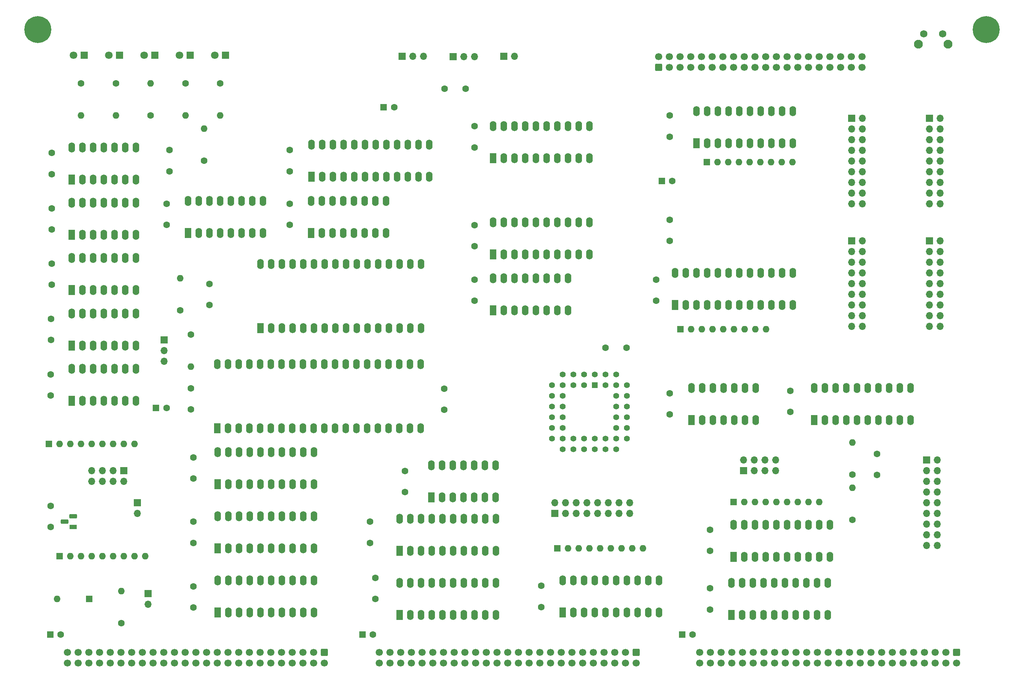
<source format=gbr>
%TF.GenerationSoftware,KiCad,Pcbnew,(6.0.11)*%
%TF.CreationDate,2024-05-06T10:57:09-05:00*%
%TF.ProjectId,processor.6809,70726f63-6573-4736-9f72-2e363830392e,v1.2*%
%TF.SameCoordinates,Original*%
%TF.FileFunction,Soldermask,Bot*%
%TF.FilePolarity,Negative*%
%FSLAX46Y46*%
G04 Gerber Fmt 4.6, Leading zero omitted, Abs format (unit mm)*
G04 Created by KiCad (PCBNEW (6.0.11)) date 2024-05-06 10:57:09*
%MOMM*%
%LPD*%
G01*
G04 APERTURE LIST*
G04 Aperture macros list*
%AMRoundRect*
0 Rectangle with rounded corners*
0 $1 Rounding radius*
0 $2 $3 $4 $5 $6 $7 $8 $9 X,Y pos of 4 corners*
0 Add a 4 corners polygon primitive as box body*
4,1,4,$2,$3,$4,$5,$6,$7,$8,$9,$2,$3,0*
0 Add four circle primitives for the rounded corners*
1,1,$1+$1,$2,$3*
1,1,$1+$1,$4,$5*
1,1,$1+$1,$6,$7*
1,1,$1+$1,$8,$9*
0 Add four rect primitives between the rounded corners*
20,1,$1+$1,$2,$3,$4,$5,0*
20,1,$1+$1,$4,$5,$6,$7,0*
20,1,$1+$1,$6,$7,$8,$9,0*
20,1,$1+$1,$8,$9,$2,$3,0*%
G04 Aperture macros list end*
%ADD10R,1.600000X2.400000*%
%ADD11O,1.600000X2.400000*%
%ADD12RoundRect,0.250000X-0.600000X0.600000X-0.600000X-0.600000X0.600000X-0.600000X0.600000X0.600000X0*%
%ADD13C,1.700000*%
%ADD14C,1.600000*%
%ADD15R,1.600000X1.600000*%
%ADD16R,1.800000X1.800000*%
%ADD17C,1.800000*%
%ADD18O,1.600000X1.600000*%
%ADD19R,1.800000X1.100000*%
%ADD20RoundRect,0.275000X0.625000X-0.275000X0.625000X0.275000X-0.625000X0.275000X-0.625000X-0.275000X0*%
%ADD21C,6.400000*%
%ADD22RoundRect,0.250000X0.600000X-0.600000X0.600000X0.600000X-0.600000X0.600000X-0.600000X-0.600000X0*%
%ADD23R,1.422400X1.422400*%
%ADD24C,1.422400*%
%ADD25R,1.700000X1.700000*%
%ADD26O,1.700000X1.700000*%
%ADD27C,2.100000*%
%ADD28C,1.750000*%
G04 APERTURE END LIST*
D10*
%TO.C,U21*%
X48000000Y-110610000D03*
D11*
X50540000Y-110610000D03*
X53080000Y-110610000D03*
X55620000Y-110610000D03*
X58160000Y-110610000D03*
X60700000Y-110610000D03*
X63240000Y-110610000D03*
X63240000Y-102990000D03*
X60700000Y-102990000D03*
X58160000Y-102990000D03*
X55620000Y-102990000D03*
X53080000Y-102990000D03*
X50540000Y-102990000D03*
X48000000Y-102990000D03*
%TD*%
D12*
%TO.C,P1*%
X108000000Y-223000000D03*
D13*
X108000000Y-225540000D03*
X105460000Y-223000000D03*
X105460000Y-225540000D03*
X102920000Y-223000000D03*
X102920000Y-225540000D03*
X100380000Y-223000000D03*
X100380000Y-225540000D03*
X97840000Y-223000000D03*
X97840000Y-225540000D03*
X95300000Y-223000000D03*
X95300000Y-225540000D03*
X92760000Y-223000000D03*
X92760000Y-225540000D03*
X90220000Y-223000000D03*
X90220000Y-225540000D03*
X87680000Y-223000000D03*
X87680000Y-225540000D03*
X85140000Y-223000000D03*
X85140000Y-225540000D03*
X82600000Y-223000000D03*
X82600000Y-225540000D03*
X80060000Y-223000000D03*
X80060000Y-225540000D03*
X77520000Y-223000000D03*
X77520000Y-225540000D03*
X74980000Y-223000000D03*
X74980000Y-225540000D03*
X72440000Y-223000000D03*
X72440000Y-225540000D03*
X69900000Y-223000000D03*
X69900000Y-225540000D03*
X67360000Y-223000000D03*
X67360000Y-225540000D03*
X64820000Y-223000000D03*
X64820000Y-225540000D03*
X62280000Y-223000000D03*
X62280000Y-225540000D03*
X59740000Y-223000000D03*
X59740000Y-225540000D03*
X57200000Y-223000000D03*
X57200000Y-225540000D03*
X54660000Y-223000000D03*
X54660000Y-225540000D03*
X52120000Y-223000000D03*
X52120000Y-225540000D03*
X49580000Y-223000000D03*
X49580000Y-225540000D03*
X47040000Y-223000000D03*
X47040000Y-225540000D03*
%TD*%
D14*
%TO.C,C2*%
X127075000Y-179875000D03*
X127075000Y-184875000D03*
%TD*%
%TO.C,C3*%
X43255000Y-130605000D03*
X43255000Y-135605000D03*
%TD*%
%TO.C,C4*%
X174700000Y-150625000D03*
X179700000Y-150625000D03*
%TD*%
%TO.C,C5*%
X76910000Y-191940000D03*
X76910000Y-196940000D03*
%TD*%
%TO.C,C6*%
X43000000Y-156900000D03*
X43000000Y-161900000D03*
%TD*%
%TO.C,C8*%
X159460000Y-207180000D03*
X159460000Y-212180000D03*
%TD*%
%TO.C,C9*%
X199465000Y-193845000D03*
X199465000Y-198845000D03*
%TD*%
%TO.C,C10*%
X76910000Y-207270000D03*
X76910000Y-212270000D03*
%TD*%
%TO.C,C11*%
X43255000Y-117457500D03*
X43255000Y-122457500D03*
%TD*%
%TO.C,C14*%
X189940000Y-120185000D03*
X189940000Y-125185000D03*
%TD*%
%TO.C,C15*%
X143600000Y-134400000D03*
X143600000Y-139400000D03*
%TD*%
D15*
%TO.C,C25*%
X42929600Y-218750000D03*
D14*
X45429600Y-218750000D03*
%TD*%
D15*
%TO.C,C26*%
X68019900Y-164900000D03*
D14*
X70519900Y-164900000D03*
%TD*%
%TO.C,C17*%
X80720000Y-135390000D03*
X80720000Y-140390000D03*
%TD*%
%TO.C,C20*%
X120090000Y-205315000D03*
X120090000Y-210315000D03*
%TD*%
%TO.C,C21*%
X76910000Y-176660000D03*
X76910000Y-181660000D03*
%TD*%
%TO.C,C22*%
X99770000Y-116375000D03*
X99770000Y-121375000D03*
%TD*%
%TO.C,C23*%
X136385000Y-165310000D03*
X136385000Y-160310000D03*
%TD*%
D15*
%TO.C,C27*%
X117000000Y-218750000D03*
D14*
X119500000Y-218750000D03*
%TD*%
D15*
%TO.C,C28*%
X192884700Y-218750000D03*
D14*
X195384700Y-218750000D03*
%TD*%
D15*
%TO.C,C29*%
X188044900Y-111000000D03*
D14*
X190544900Y-111000000D03*
%TD*%
D16*
%TO.C,D4*%
X67755000Y-81065000D03*
D17*
X65215000Y-81065000D03*
%TD*%
D15*
%TO.C,D6*%
X52145000Y-210315000D03*
D18*
X44525000Y-210315000D03*
%TD*%
D16*
%TO.C,D2*%
X76132500Y-81065000D03*
D17*
X73592500Y-81065000D03*
%TD*%
D14*
%TO.C,R5*%
X58495000Y-87760000D03*
D18*
X58495000Y-95380000D03*
%TD*%
D14*
%TO.C,R6*%
X76275000Y-147450000D03*
D18*
X76275000Y-155070000D03*
%TD*%
D10*
%TO.C,U4*%
X48000000Y-163200000D03*
D11*
X50540000Y-163200000D03*
X53080000Y-163200000D03*
X55620000Y-163200000D03*
X58160000Y-163200000D03*
X60700000Y-163200000D03*
X63240000Y-163200000D03*
X63240000Y-155580000D03*
X60700000Y-155580000D03*
X58160000Y-155580000D03*
X55620000Y-155580000D03*
X53080000Y-155580000D03*
X50540000Y-155580000D03*
X48000000Y-155580000D03*
%TD*%
D10*
%TO.C,U5*%
X92785000Y-145925000D03*
D11*
X95325000Y-145925000D03*
X97865000Y-145925000D03*
X100405000Y-145925000D03*
X102945000Y-145925000D03*
X105485000Y-145925000D03*
X108025000Y-145925000D03*
X110565000Y-145925000D03*
X113105000Y-145925000D03*
X115645000Y-145925000D03*
X118185000Y-145925000D03*
X120725000Y-145925000D03*
X123265000Y-145925000D03*
X125805000Y-145925000D03*
X128345000Y-145925000D03*
X130885000Y-145925000D03*
X130885000Y-130685000D03*
X128345000Y-130685000D03*
X125805000Y-130685000D03*
X123265000Y-130685000D03*
X120725000Y-130685000D03*
X118185000Y-130685000D03*
X115645000Y-130685000D03*
X113105000Y-130685000D03*
X110565000Y-130685000D03*
X108025000Y-130685000D03*
X105485000Y-130685000D03*
X102945000Y-130685000D03*
X100405000Y-130685000D03*
X97865000Y-130685000D03*
X95325000Y-130685000D03*
X92785000Y-130685000D03*
%TD*%
D10*
%TO.C,U6*%
X82630000Y-198240000D03*
D11*
X85170000Y-198240000D03*
X87710000Y-198240000D03*
X90250000Y-198240000D03*
X92790000Y-198240000D03*
X95330000Y-198240000D03*
X97870000Y-198240000D03*
X100410000Y-198240000D03*
X102950000Y-198240000D03*
X105490000Y-198240000D03*
X105490000Y-190620000D03*
X102950000Y-190620000D03*
X100410000Y-190620000D03*
X97870000Y-190620000D03*
X95330000Y-190620000D03*
X92790000Y-190620000D03*
X90250000Y-190620000D03*
X87710000Y-190620000D03*
X85170000Y-190620000D03*
X82630000Y-190620000D03*
%TD*%
D10*
%TO.C,U8*%
X164540000Y-213480000D03*
D11*
X167080000Y-213480000D03*
X169620000Y-213480000D03*
X172160000Y-213480000D03*
X174700000Y-213480000D03*
X177240000Y-213480000D03*
X179780000Y-213480000D03*
X182320000Y-213480000D03*
X184860000Y-213480000D03*
X187400000Y-213480000D03*
X187400000Y-205860000D03*
X184860000Y-205860000D03*
X182320000Y-205860000D03*
X179780000Y-205860000D03*
X177240000Y-205860000D03*
X174700000Y-205860000D03*
X172160000Y-205860000D03*
X169620000Y-205860000D03*
X167080000Y-205860000D03*
X164540000Y-205860000D03*
%TD*%
D19*
%TO.C,U15*%
X48400000Y-193200000D03*
D20*
X46330000Y-191930000D03*
X48400000Y-190660000D03*
%TD*%
D10*
%TO.C,U1*%
X48000000Y-150052500D03*
D11*
X50540000Y-150052500D03*
X53080000Y-150052500D03*
X55620000Y-150052500D03*
X58160000Y-150052500D03*
X60700000Y-150052500D03*
X63240000Y-150052500D03*
X63240000Y-142432500D03*
X60700000Y-142432500D03*
X58160000Y-142432500D03*
X55620000Y-142432500D03*
X53080000Y-142432500D03*
X50540000Y-142432500D03*
X48000000Y-142432500D03*
%TD*%
D12*
%TO.C,P2*%
X182000000Y-223000000D03*
D13*
X182000000Y-225540000D03*
X179460000Y-223000000D03*
X179460000Y-225540000D03*
X176920000Y-223000000D03*
X176920000Y-225540000D03*
X174380000Y-223000000D03*
X174380000Y-225540000D03*
X171840000Y-223000000D03*
X171840000Y-225540000D03*
X169300000Y-223000000D03*
X169300000Y-225540000D03*
X166760000Y-223000000D03*
X166760000Y-225540000D03*
X164220000Y-223000000D03*
X164220000Y-225540000D03*
X161680000Y-223000000D03*
X161680000Y-225540000D03*
X159140000Y-223000000D03*
X159140000Y-225540000D03*
X156600000Y-223000000D03*
X156600000Y-225540000D03*
X154060000Y-223000000D03*
X154060000Y-225540000D03*
X151520000Y-223000000D03*
X151520000Y-225540000D03*
X148980000Y-223000000D03*
X148980000Y-225540000D03*
X146440000Y-223000000D03*
X146440000Y-225540000D03*
X143900000Y-223000000D03*
X143900000Y-225540000D03*
X141360000Y-223000000D03*
X141360000Y-225540000D03*
X138820000Y-223000000D03*
X138820000Y-225540000D03*
X136280000Y-223000000D03*
X136280000Y-225540000D03*
X133740000Y-223000000D03*
X133740000Y-225540000D03*
X131200000Y-223000000D03*
X131200000Y-225540000D03*
X128660000Y-223000000D03*
X128660000Y-225540000D03*
X126120000Y-223000000D03*
X126120000Y-225540000D03*
X123580000Y-223000000D03*
X123580000Y-225540000D03*
X121040000Y-223000000D03*
X121040000Y-225540000D03*
%TD*%
D21*
%TO.C,H2*%
X265000000Y-75000000D03*
%TD*%
D15*
%TO.C,RN1*%
X42620000Y-173485000D03*
D18*
X45160000Y-173485000D03*
X47700000Y-173485000D03*
X50240000Y-173485000D03*
X52780000Y-173485000D03*
X55320000Y-173485000D03*
X57860000Y-173485000D03*
X60400000Y-173485000D03*
X62940000Y-173485000D03*
%TD*%
D10*
%TO.C,U11*%
X204550000Y-214115000D03*
D11*
X207090000Y-214115000D03*
X209630000Y-214115000D03*
X212170000Y-214115000D03*
X214710000Y-214115000D03*
X217250000Y-214115000D03*
X219790000Y-214115000D03*
X222330000Y-214115000D03*
X224870000Y-214115000D03*
X227410000Y-214115000D03*
X227410000Y-206495000D03*
X224870000Y-206495000D03*
X222330000Y-206495000D03*
X219790000Y-206495000D03*
X217250000Y-206495000D03*
X214710000Y-206495000D03*
X212170000Y-206495000D03*
X209630000Y-206495000D03*
X207090000Y-206495000D03*
X204550000Y-206495000D03*
%TD*%
D14*
%TO.C,C19*%
X43000000Y-188200000D03*
X43000000Y-193200000D03*
%TD*%
%TO.C,C18*%
X43125000Y-143752500D03*
X43125000Y-148752500D03*
%TD*%
%TO.C,C12*%
X76275000Y-160230000D03*
X76275000Y-165230000D03*
%TD*%
%TO.C,C16*%
X199465000Y-207775000D03*
X199465000Y-212775000D03*
%TD*%
D10*
%TO.C,U3*%
X104915000Y-109985000D03*
D11*
X107455000Y-109985000D03*
X109995000Y-109985000D03*
X112535000Y-109985000D03*
X115075000Y-109985000D03*
X117615000Y-109985000D03*
X120155000Y-109985000D03*
X122695000Y-109985000D03*
X125235000Y-109985000D03*
X127775000Y-109985000D03*
X130315000Y-109985000D03*
X132855000Y-109985000D03*
X132855000Y-102365000D03*
X130315000Y-102365000D03*
X127775000Y-102365000D03*
X125235000Y-102365000D03*
X122695000Y-102365000D03*
X120155000Y-102365000D03*
X117615000Y-102365000D03*
X115075000Y-102365000D03*
X112535000Y-102365000D03*
X109995000Y-102365000D03*
X107455000Y-102365000D03*
X104915000Y-102365000D03*
%TD*%
D21*
%TO.C,H1*%
X40000000Y-75000000D03*
%TD*%
D16*
%TO.C,D7*%
X51000000Y-81065000D03*
D17*
X48460000Y-81065000D03*
%TD*%
D12*
%TO.C,P3*%
X258000000Y-223000000D03*
D13*
X258000000Y-225540000D03*
X255460000Y-223000000D03*
X255460000Y-225540000D03*
X252920000Y-223000000D03*
X252920000Y-225540000D03*
X250380000Y-223000000D03*
X250380000Y-225540000D03*
X247840000Y-223000000D03*
X247840000Y-225540000D03*
X245300000Y-223000000D03*
X245300000Y-225540000D03*
X242760000Y-223000000D03*
X242760000Y-225540000D03*
X240220000Y-223000000D03*
X240220000Y-225540000D03*
X237680000Y-223000000D03*
X237680000Y-225540000D03*
X235140000Y-223000000D03*
X235140000Y-225540000D03*
X232600000Y-223000000D03*
X232600000Y-225540000D03*
X230060000Y-223000000D03*
X230060000Y-225540000D03*
X227520000Y-223000000D03*
X227520000Y-225540000D03*
X224980000Y-223000000D03*
X224980000Y-225540000D03*
X222440000Y-223000000D03*
X222440000Y-225540000D03*
X219900000Y-223000000D03*
X219900000Y-225540000D03*
X217360000Y-223000000D03*
X217360000Y-225540000D03*
X214820000Y-223000000D03*
X214820000Y-225540000D03*
X212280000Y-223000000D03*
X212280000Y-225540000D03*
X209740000Y-223000000D03*
X209740000Y-225540000D03*
X207200000Y-223000000D03*
X207200000Y-225540000D03*
X204660000Y-223000000D03*
X204660000Y-225540000D03*
X202120000Y-223000000D03*
X202120000Y-225540000D03*
X199580000Y-223000000D03*
X199580000Y-225540000D03*
X197040000Y-223000000D03*
X197040000Y-225540000D03*
%TD*%
D10*
%TO.C,U13*%
X48000000Y-136905000D03*
D11*
X50540000Y-136905000D03*
X53080000Y-136905000D03*
X55620000Y-136905000D03*
X58160000Y-136905000D03*
X60700000Y-136905000D03*
X63240000Y-136905000D03*
X63240000Y-129285000D03*
X60700000Y-129285000D03*
X58160000Y-129285000D03*
X55620000Y-129285000D03*
X53080000Y-129285000D03*
X50540000Y-129285000D03*
X48000000Y-129285000D03*
%TD*%
D14*
%TO.C,C36*%
X189940000Y-95420000D03*
X189940000Y-100420000D03*
%TD*%
%TO.C,C38*%
X143600000Y-121455000D03*
X143600000Y-126455000D03*
%TD*%
D15*
%TO.C,C46*%
X122059900Y-93475000D03*
D14*
X124559900Y-93475000D03*
%TD*%
D10*
%TO.C,U19*%
X148020000Y-141725000D03*
D11*
X150560000Y-141725000D03*
X153100000Y-141725000D03*
X155640000Y-141725000D03*
X158180000Y-141725000D03*
X160720000Y-141725000D03*
X163260000Y-141725000D03*
X165800000Y-141725000D03*
X165800000Y-134105000D03*
X163260000Y-134105000D03*
X160720000Y-134105000D03*
X158180000Y-134105000D03*
X155640000Y-134105000D03*
X153100000Y-134105000D03*
X150560000Y-134105000D03*
X148020000Y-134105000D03*
%TD*%
D10*
%TO.C,U7*%
X133410000Y-186175000D03*
D11*
X135950000Y-186175000D03*
X138490000Y-186175000D03*
X141030000Y-186175000D03*
X143570000Y-186175000D03*
X146110000Y-186175000D03*
X148650000Y-186175000D03*
X148650000Y-178555000D03*
X146110000Y-178555000D03*
X143570000Y-178555000D03*
X141030000Y-178555000D03*
X138490000Y-178555000D03*
X135950000Y-178555000D03*
X133410000Y-178555000D03*
%TD*%
D16*
%TO.C,D9*%
X84510000Y-81065000D03*
D17*
X81970000Y-81065000D03*
%TD*%
D15*
%TO.C,RN4*%
X45145000Y-200155000D03*
D18*
X47685000Y-200155000D03*
X50225000Y-200155000D03*
X52765000Y-200155000D03*
X55305000Y-200155000D03*
X57845000Y-200155000D03*
X60385000Y-200155000D03*
X62925000Y-200155000D03*
X65465000Y-200155000D03*
%TD*%
D22*
%TO.C,J11*%
X187350000Y-83917500D03*
D13*
X187350000Y-81377500D03*
X189890000Y-83917500D03*
X189890000Y-81377500D03*
X192430000Y-83917500D03*
X192430000Y-81377500D03*
X194970000Y-83917500D03*
X194970000Y-81377500D03*
X197510000Y-83917500D03*
X197510000Y-81377500D03*
X200050000Y-83917500D03*
X200050000Y-81377500D03*
X202590000Y-83917500D03*
X202590000Y-81377500D03*
X205130000Y-83917500D03*
X205130000Y-81377500D03*
X207670000Y-83917500D03*
X207670000Y-81377500D03*
X210210000Y-83917500D03*
X210210000Y-81377500D03*
X212750000Y-83917500D03*
X212750000Y-81377500D03*
X215290000Y-83917500D03*
X215290000Y-81377500D03*
X217830000Y-83917500D03*
X217830000Y-81377500D03*
X220370000Y-83917500D03*
X220370000Y-81377500D03*
X222910000Y-83917500D03*
X222910000Y-81377500D03*
X225450000Y-83917500D03*
X225450000Y-81377500D03*
X227990000Y-83917500D03*
X227990000Y-81377500D03*
X230530000Y-83917500D03*
X230530000Y-81377500D03*
X233070000Y-83917500D03*
X233070000Y-81377500D03*
X235610000Y-83917500D03*
X235610000Y-81377500D03*
%TD*%
D15*
%TO.C,RN5*%
X198705000Y-106500000D03*
D18*
X201245000Y-106500000D03*
X203785000Y-106500000D03*
X206325000Y-106500000D03*
X208865000Y-106500000D03*
X211405000Y-106500000D03*
X213945000Y-106500000D03*
X216485000Y-106500000D03*
X219025000Y-106500000D03*
%TD*%
D10*
%TO.C,U31*%
X196305000Y-102000000D03*
D11*
X198845000Y-102000000D03*
X201385000Y-102000000D03*
X203925000Y-102000000D03*
X206465000Y-102000000D03*
X209005000Y-102000000D03*
X211545000Y-102000000D03*
X214085000Y-102000000D03*
X216625000Y-102000000D03*
X219165000Y-102000000D03*
X219165000Y-94380000D03*
X216625000Y-94380000D03*
X214085000Y-94380000D03*
X211545000Y-94380000D03*
X209005000Y-94380000D03*
X206465000Y-94380000D03*
X203925000Y-94380000D03*
X201385000Y-94380000D03*
X198845000Y-94380000D03*
X196305000Y-94380000D03*
%TD*%
D10*
%TO.C,U33*%
X148035000Y-105530000D03*
D11*
X150575000Y-105530000D03*
X153115000Y-105530000D03*
X155655000Y-105530000D03*
X158195000Y-105530000D03*
X160735000Y-105530000D03*
X163275000Y-105530000D03*
X165815000Y-105530000D03*
X168355000Y-105530000D03*
X170895000Y-105530000D03*
X170895000Y-97910000D03*
X168355000Y-97910000D03*
X165815000Y-97910000D03*
X163275000Y-97910000D03*
X160735000Y-97910000D03*
X158195000Y-97910000D03*
X155655000Y-97910000D03*
X153115000Y-97910000D03*
X150575000Y-97910000D03*
X148035000Y-97910000D03*
%TD*%
D23*
%TO.C,U20*%
X172160000Y-159515000D03*
D24*
X169620000Y-156975000D03*
X169620000Y-159515000D03*
X167080000Y-156975000D03*
X167080000Y-159515000D03*
X164540000Y-156975000D03*
X162000000Y-159515000D03*
X164540000Y-159515000D03*
X162000000Y-162055000D03*
X164540000Y-162055000D03*
X162000000Y-164595000D03*
X164540000Y-164595000D03*
X162000000Y-167135000D03*
X164540000Y-167135000D03*
X162000000Y-169675000D03*
X164540000Y-169675000D03*
X162000000Y-172215000D03*
X164540000Y-174755000D03*
X164540000Y-172215000D03*
X167080000Y-174755000D03*
X167080000Y-172215000D03*
X169620000Y-174755000D03*
X169620000Y-172215000D03*
X172160000Y-174755000D03*
X172160000Y-172215000D03*
X174700000Y-174755000D03*
X174700000Y-172215000D03*
X177240000Y-174755000D03*
X179780000Y-172215000D03*
X177240000Y-172215000D03*
X179780000Y-169675000D03*
X177240000Y-169675000D03*
X179780000Y-167135000D03*
X177240000Y-167135000D03*
X179780000Y-164595000D03*
X177240000Y-164595000D03*
X179780000Y-162055000D03*
X177240000Y-162055000D03*
X179780000Y-159515000D03*
X177240000Y-156975000D03*
X177240000Y-159515000D03*
X174700000Y-156975000D03*
X174700000Y-159515000D03*
X172160000Y-156975000D03*
%TD*%
D14*
%TO.C,C37*%
X118820000Y-191940000D03*
X118820000Y-196940000D03*
%TD*%
D25*
%TO.C,JP10*%
X207500000Y-179775000D03*
D26*
X207500000Y-177235000D03*
X210040000Y-179775000D03*
X210040000Y-177235000D03*
X212580000Y-179775000D03*
X212580000Y-177235000D03*
X215120000Y-179775000D03*
X215120000Y-177235000D03*
%TD*%
D15*
%TO.C,RN8*%
X205075000Y-187250000D03*
D18*
X207615000Y-187250000D03*
X210155000Y-187250000D03*
X212695000Y-187250000D03*
X215235000Y-187250000D03*
X217775000Y-187250000D03*
X220315000Y-187250000D03*
X222855000Y-187250000D03*
X225395000Y-187250000D03*
%TD*%
D10*
%TO.C,U9*%
X191205000Y-140455000D03*
D11*
X193745000Y-140455000D03*
X196285000Y-140455000D03*
X198825000Y-140455000D03*
X201365000Y-140455000D03*
X203905000Y-140455000D03*
X206445000Y-140455000D03*
X208985000Y-140455000D03*
X211525000Y-140455000D03*
X214065000Y-140455000D03*
X216605000Y-140455000D03*
X219145000Y-140455000D03*
X219145000Y-132835000D03*
X216605000Y-132835000D03*
X214065000Y-132835000D03*
X211525000Y-132835000D03*
X208985000Y-132835000D03*
X206445000Y-132835000D03*
X203905000Y-132835000D03*
X201365000Y-132835000D03*
X198825000Y-132835000D03*
X196285000Y-132835000D03*
X193745000Y-132835000D03*
X191205000Y-132835000D03*
%TD*%
D10*
%TO.C,U10*%
X125810000Y-214115000D03*
D11*
X128350000Y-214115000D03*
X130890000Y-214115000D03*
X133430000Y-214115000D03*
X135970000Y-214115000D03*
X138510000Y-214115000D03*
X141050000Y-214115000D03*
X143590000Y-214115000D03*
X146130000Y-214115000D03*
X148670000Y-214115000D03*
X148670000Y-206495000D03*
X146130000Y-206495000D03*
X143590000Y-206495000D03*
X141050000Y-206495000D03*
X138510000Y-206495000D03*
X135970000Y-206495000D03*
X133430000Y-206495000D03*
X130890000Y-206495000D03*
X128350000Y-206495000D03*
X125810000Y-206495000D03*
%TD*%
D10*
%TO.C,U12*%
X205075000Y-200250000D03*
D11*
X207615000Y-200250000D03*
X210155000Y-200250000D03*
X212695000Y-200250000D03*
X215235000Y-200250000D03*
X217775000Y-200250000D03*
X220315000Y-200250000D03*
X222855000Y-200250000D03*
X225395000Y-200250000D03*
X227935000Y-200250000D03*
X227935000Y-192630000D03*
X225395000Y-192630000D03*
X222855000Y-192630000D03*
X220315000Y-192630000D03*
X217775000Y-192630000D03*
X215235000Y-192630000D03*
X212695000Y-192630000D03*
X210155000Y-192630000D03*
X207615000Y-192630000D03*
X205075000Y-192630000D03*
%TD*%
D14*
%TO.C,C30*%
X239125000Y-175800000D03*
X239125000Y-180800000D03*
%TD*%
%TO.C,C31*%
X143600000Y-97960000D03*
X143600000Y-102960000D03*
%TD*%
%TO.C,C32*%
X99770000Y-103635000D03*
X99770000Y-108635000D03*
%TD*%
%TO.C,C33*%
X71195000Y-103635000D03*
X71195000Y-108635000D03*
%TD*%
%TO.C,C34*%
X43255000Y-104310000D03*
X43255000Y-109310000D03*
%TD*%
%TO.C,C35*%
X136500000Y-89000000D03*
X141500000Y-89000000D03*
%TD*%
D10*
%TO.C,U14*%
X82630000Y-213480000D03*
D11*
X85170000Y-213480000D03*
X87710000Y-213480000D03*
X90250000Y-213480000D03*
X92790000Y-213480000D03*
X95330000Y-213480000D03*
X97870000Y-213480000D03*
X100410000Y-213480000D03*
X102950000Y-213480000D03*
X105490000Y-213480000D03*
X105490000Y-205860000D03*
X102950000Y-205860000D03*
X100410000Y-205860000D03*
X97870000Y-205860000D03*
X95330000Y-205860000D03*
X92790000Y-205860000D03*
X90250000Y-205860000D03*
X87710000Y-205860000D03*
X85170000Y-205860000D03*
X82630000Y-205860000D03*
%TD*%
D10*
%TO.C,U2*%
X148035000Y-128390000D03*
D11*
X150575000Y-128390000D03*
X153115000Y-128390000D03*
X155655000Y-128390000D03*
X158195000Y-128390000D03*
X160735000Y-128390000D03*
X163275000Y-128390000D03*
X165815000Y-128390000D03*
X168355000Y-128390000D03*
X170895000Y-128390000D03*
X170895000Y-120770000D03*
X168355000Y-120770000D03*
X165815000Y-120770000D03*
X163275000Y-120770000D03*
X160735000Y-120770000D03*
X158195000Y-120770000D03*
X155655000Y-120770000D03*
X153115000Y-120770000D03*
X150575000Y-120770000D03*
X148035000Y-120770000D03*
%TD*%
D16*
%TO.C,D3*%
X59377500Y-81065000D03*
D17*
X56837500Y-81065000D03*
%TD*%
D14*
%TO.C,R4*%
X75005000Y-87760000D03*
D18*
X75005000Y-95380000D03*
%TD*%
D27*
%TO.C,SW1*%
X255985000Y-78452500D03*
X248975000Y-78452500D03*
D28*
X250225000Y-75962500D03*
X254725000Y-75962500D03*
%TD*%
D14*
%TO.C,C39*%
X70560000Y-116375000D03*
X70560000Y-121375000D03*
%TD*%
D10*
%TO.C,U18*%
X195080000Y-167735000D03*
D11*
X197620000Y-167735000D03*
X200160000Y-167735000D03*
X202700000Y-167735000D03*
X205240000Y-167735000D03*
X207780000Y-167735000D03*
X210320000Y-167735000D03*
X210320000Y-160115000D03*
X207780000Y-160115000D03*
X205240000Y-160115000D03*
X202700000Y-160115000D03*
X200160000Y-160115000D03*
X197620000Y-160115000D03*
X195080000Y-160115000D03*
%TD*%
D14*
%TO.C,C13*%
X189940000Y-161420000D03*
X189940000Y-166420000D03*
%TD*%
%TO.C,C24*%
X186750000Y-134400000D03*
X186750000Y-139400000D03*
%TD*%
%TO.C,R8*%
X66750000Y-95380000D03*
D18*
X66750000Y-87760000D03*
%TD*%
D25*
%TO.C,JP3*%
X150565000Y-81340000D03*
D26*
X153105000Y-81340000D03*
%TD*%
D14*
%TO.C,R9*%
X79450000Y-106175000D03*
D18*
X79450000Y-98555000D03*
%TD*%
D10*
%TO.C,U22*%
X125810000Y-198875000D03*
D11*
X128350000Y-198875000D03*
X130890000Y-198875000D03*
X133430000Y-198875000D03*
X135970000Y-198875000D03*
X138510000Y-198875000D03*
X141050000Y-198875000D03*
X143590000Y-198875000D03*
X146130000Y-198875000D03*
X148670000Y-198875000D03*
X148670000Y-191255000D03*
X146130000Y-191255000D03*
X143590000Y-191255000D03*
X141050000Y-191255000D03*
X138510000Y-191255000D03*
X135970000Y-191255000D03*
X133430000Y-191255000D03*
X130890000Y-191255000D03*
X128350000Y-191255000D03*
X125810000Y-191255000D03*
%TD*%
D14*
%TO.C,R12*%
X83260000Y-87760000D03*
D18*
X83260000Y-95380000D03*
%TD*%
D25*
%TO.C,J9*%
X250900000Y-177295000D03*
D26*
X253440000Y-177295000D03*
X250900000Y-179835000D03*
X253440000Y-179835000D03*
X250900000Y-182375000D03*
X253440000Y-182375000D03*
X250900000Y-184915000D03*
X253440000Y-184915000D03*
X250900000Y-187455000D03*
X253440000Y-187455000D03*
X250900000Y-189995000D03*
X253440000Y-189995000D03*
X250900000Y-192535000D03*
X253440000Y-192535000D03*
X250900000Y-195075000D03*
X253440000Y-195075000D03*
X250900000Y-197615000D03*
X253440000Y-197615000D03*
%TD*%
D25*
%TO.C,JP1*%
X63575000Y-187455000D03*
D26*
X63575000Y-189995000D03*
%TD*%
D25*
%TO.C,J7*%
X233115000Y-96025000D03*
D26*
X235655000Y-96025000D03*
X233115000Y-98565000D03*
X235655000Y-98565000D03*
X233115000Y-101105000D03*
X235655000Y-101105000D03*
X233115000Y-103645000D03*
X235655000Y-103645000D03*
X233115000Y-106185000D03*
X235655000Y-106185000D03*
X233115000Y-108725000D03*
X235655000Y-108725000D03*
X233115000Y-111265000D03*
X235655000Y-111265000D03*
X233115000Y-113805000D03*
X235655000Y-113805000D03*
X233115000Y-116345000D03*
X235655000Y-116345000D03*
%TD*%
D25*
%TO.C,J10*%
X69925000Y-148735000D03*
D26*
X69925000Y-151275000D03*
X69925000Y-153815000D03*
%TD*%
D14*
%TO.C,R3*%
X233250000Y-191500000D03*
D18*
X233250000Y-183880000D03*
%TD*%
D25*
%TO.C,J3*%
X126455000Y-81340000D03*
D26*
X128995000Y-81340000D03*
X131535000Y-81340000D03*
%TD*%
D10*
%TO.C,U17*%
X82630000Y-183000000D03*
D11*
X85170000Y-183000000D03*
X87710000Y-183000000D03*
X90250000Y-183000000D03*
X92790000Y-183000000D03*
X95330000Y-183000000D03*
X97870000Y-183000000D03*
X100410000Y-183000000D03*
X102950000Y-183000000D03*
X105490000Y-183000000D03*
X105490000Y-175380000D03*
X102950000Y-175380000D03*
X100410000Y-175380000D03*
X97870000Y-175380000D03*
X95330000Y-175380000D03*
X92790000Y-175380000D03*
X90250000Y-175380000D03*
X87710000Y-175380000D03*
X85170000Y-175380000D03*
X82630000Y-175380000D03*
%TD*%
D25*
%TO.C,J1*%
X162635000Y-189995000D03*
D26*
X162635000Y-187455000D03*
X165175000Y-189995000D03*
X165175000Y-187455000D03*
X167715000Y-189995000D03*
X167715000Y-187455000D03*
X170255000Y-189995000D03*
X170255000Y-187455000D03*
X172795000Y-189995000D03*
X172795000Y-187455000D03*
X175335000Y-189995000D03*
X175335000Y-187455000D03*
X177875000Y-189995000D03*
X177875000Y-187455000D03*
X180415000Y-189995000D03*
X180415000Y-187455000D03*
%TD*%
D25*
%TO.C,JP4*%
X60390000Y-179830000D03*
D26*
X60390000Y-182370000D03*
X57850000Y-179830000D03*
X57850000Y-182370000D03*
X55310000Y-179830000D03*
X55310000Y-182370000D03*
X52770000Y-179830000D03*
X52770000Y-182370000D03*
%TD*%
D10*
%TO.C,U27*%
X224235000Y-167760000D03*
D11*
X226775000Y-167760000D03*
X229315000Y-167760000D03*
X231855000Y-167760000D03*
X234395000Y-167760000D03*
X236935000Y-167760000D03*
X239475000Y-167760000D03*
X242015000Y-167760000D03*
X244555000Y-167760000D03*
X247095000Y-167760000D03*
X247095000Y-160140000D03*
X244555000Y-160140000D03*
X242015000Y-160140000D03*
X239475000Y-160140000D03*
X236935000Y-160140000D03*
X234395000Y-160140000D03*
X231855000Y-160140000D03*
X229315000Y-160140000D03*
X226775000Y-160140000D03*
X224235000Y-160140000D03*
%TD*%
D14*
%TO.C,C40*%
X218515000Y-160825000D03*
X218515000Y-165825000D03*
%TD*%
D10*
%TO.C,U29*%
X75655000Y-123310000D03*
D11*
X78195000Y-123310000D03*
X80735000Y-123310000D03*
X83275000Y-123310000D03*
X85815000Y-123310000D03*
X88355000Y-123310000D03*
X90895000Y-123310000D03*
X93435000Y-123310000D03*
X93435000Y-115690000D03*
X90895000Y-115690000D03*
X88355000Y-115690000D03*
X85815000Y-115690000D03*
X83275000Y-115690000D03*
X80735000Y-115690000D03*
X78195000Y-115690000D03*
X75655000Y-115690000D03*
%TD*%
D25*
%TO.C,J8*%
X251535000Y-96025000D03*
D26*
X254075000Y-96025000D03*
X251535000Y-98565000D03*
X254075000Y-98565000D03*
X251535000Y-101105000D03*
X254075000Y-101105000D03*
X251535000Y-103645000D03*
X254075000Y-103645000D03*
X251535000Y-106185000D03*
X254075000Y-106185000D03*
X251535000Y-108725000D03*
X254075000Y-108725000D03*
X251535000Y-111265000D03*
X254075000Y-111265000D03*
X251535000Y-113805000D03*
X254075000Y-113805000D03*
X251535000Y-116345000D03*
X254075000Y-116345000D03*
%TD*%
D14*
%TO.C,R7*%
X59765000Y-216030000D03*
D18*
X59765000Y-208410000D03*
%TD*%
D10*
%TO.C,U28*%
X82580000Y-169680000D03*
D11*
X85120000Y-169680000D03*
X87660000Y-169680000D03*
X90200000Y-169680000D03*
X92740000Y-169680000D03*
X95280000Y-169680000D03*
X97820000Y-169680000D03*
X100360000Y-169680000D03*
X102900000Y-169680000D03*
X105440000Y-169680000D03*
X107980000Y-169680000D03*
X110520000Y-169680000D03*
X113060000Y-169680000D03*
X115600000Y-169680000D03*
X118140000Y-169680000D03*
X120680000Y-169680000D03*
X123220000Y-169680000D03*
X125760000Y-169680000D03*
X128300000Y-169680000D03*
X130840000Y-169680000D03*
X130840000Y-154440000D03*
X128300000Y-154440000D03*
X125760000Y-154440000D03*
X123220000Y-154440000D03*
X120680000Y-154440000D03*
X118140000Y-154440000D03*
X115600000Y-154440000D03*
X113060000Y-154440000D03*
X110520000Y-154440000D03*
X107980000Y-154440000D03*
X105440000Y-154440000D03*
X102900000Y-154440000D03*
X100360000Y-154440000D03*
X97820000Y-154440000D03*
X95280000Y-154440000D03*
X92740000Y-154440000D03*
X90200000Y-154440000D03*
X87660000Y-154440000D03*
X85120000Y-154440000D03*
X82580000Y-154440000D03*
%TD*%
D25*
%TO.C,J5*%
X251535000Y-125225000D03*
D26*
X254075000Y-125225000D03*
X251535000Y-127765000D03*
X254075000Y-127765000D03*
X251535000Y-130305000D03*
X254075000Y-130305000D03*
X251535000Y-132845000D03*
X254075000Y-132845000D03*
X251535000Y-135385000D03*
X254075000Y-135385000D03*
X251535000Y-137925000D03*
X254075000Y-137925000D03*
X251535000Y-140465000D03*
X254075000Y-140465000D03*
X251535000Y-143005000D03*
X254075000Y-143005000D03*
X251535000Y-145545000D03*
X254075000Y-145545000D03*
%TD*%
D25*
%TO.C,J4*%
X66115000Y-209040000D03*
D26*
X66115000Y-211580000D03*
%TD*%
D14*
%TO.C,R13*%
X50240000Y-87760000D03*
D18*
X50240000Y-95380000D03*
%TD*%
D15*
%TO.C,RN2*%
X163255000Y-198250000D03*
D18*
X165795000Y-198250000D03*
X168335000Y-198250000D03*
X170875000Y-198250000D03*
X173415000Y-198250000D03*
X175955000Y-198250000D03*
X178495000Y-198250000D03*
X181035000Y-198250000D03*
X183575000Y-198250000D03*
%TD*%
D14*
%TO.C,R2*%
X233250000Y-180750000D03*
D18*
X233250000Y-173130000D03*
%TD*%
D10*
%TO.C,U24*%
X104865000Y-123310000D03*
D11*
X107405000Y-123310000D03*
X109945000Y-123310000D03*
X112485000Y-123310000D03*
X115025000Y-123310000D03*
X117565000Y-123310000D03*
X120105000Y-123310000D03*
X122645000Y-123310000D03*
X122645000Y-115690000D03*
X120105000Y-115690000D03*
X117565000Y-115690000D03*
X115025000Y-115690000D03*
X112485000Y-115690000D03*
X109945000Y-115690000D03*
X107405000Y-115690000D03*
X104865000Y-115690000D03*
%TD*%
D14*
%TO.C,R1*%
X73735000Y-141735000D03*
D18*
X73735000Y-134115000D03*
%TD*%
D25*
%TO.C,J6*%
X233115000Y-125225000D03*
D26*
X235655000Y-125225000D03*
X233115000Y-127765000D03*
X235655000Y-127765000D03*
X233115000Y-130305000D03*
X235655000Y-130305000D03*
X233115000Y-132845000D03*
X235655000Y-132845000D03*
X233115000Y-135385000D03*
X235655000Y-135385000D03*
X233115000Y-137925000D03*
X235655000Y-137925000D03*
X233115000Y-140465000D03*
X235655000Y-140465000D03*
X233115000Y-143005000D03*
X235655000Y-143005000D03*
X233115000Y-145545000D03*
X235655000Y-145545000D03*
%TD*%
D15*
%TO.C,RN3*%
X192465000Y-146180000D03*
D18*
X195005000Y-146180000D03*
X197545000Y-146180000D03*
X200085000Y-146180000D03*
X202625000Y-146180000D03*
X205165000Y-146180000D03*
X207705000Y-146180000D03*
X210245000Y-146180000D03*
X212785000Y-146180000D03*
%TD*%
D10*
%TO.C,U16*%
X48000000Y-123757500D03*
D11*
X50540000Y-123757500D03*
X53080000Y-123757500D03*
X55620000Y-123757500D03*
X58160000Y-123757500D03*
X60700000Y-123757500D03*
X63240000Y-123757500D03*
X63240000Y-116137500D03*
X60700000Y-116137500D03*
X58160000Y-116137500D03*
X55620000Y-116137500D03*
X53080000Y-116137500D03*
X50540000Y-116137500D03*
X48000000Y-116137500D03*
%TD*%
D25*
%TO.C,J2*%
X138505000Y-81410000D03*
D26*
X141045000Y-81410000D03*
X143585000Y-81410000D03*
%TD*%
M02*

</source>
